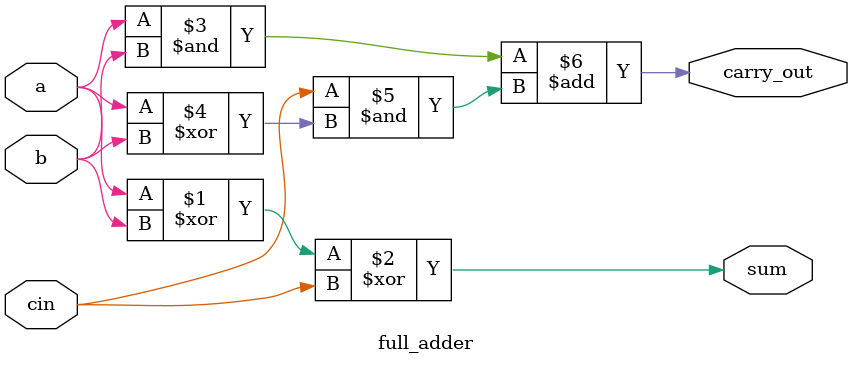
<source format=v>
module full_adder(
        output sum, carry_out,
        input a, b, cin
);

assign sum = a ^ b ^ cin;
assign carry_out = (a & b)+(cin & (a ^ b));
endmodule

</source>
